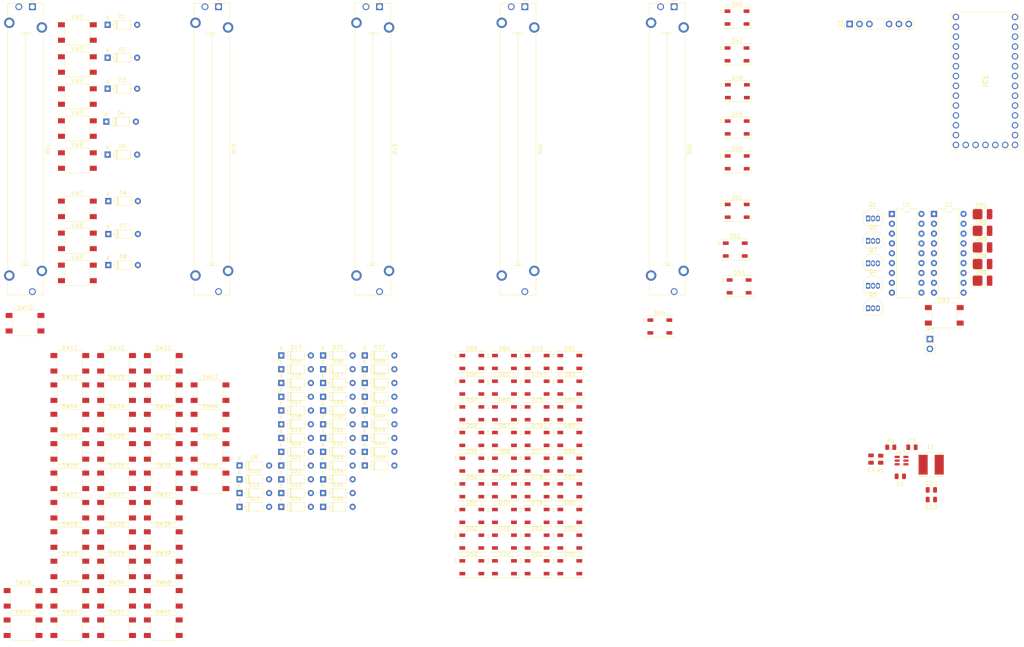
<source format=kicad_pcb>
(kicad_pcb
	(version 20240108)
	(generator "pcbnew")
	(generator_version "8.0")
	(general
		(thickness 1.6)
		(legacy_teardrops no)
	)
	(paper "A4")
	(layers
		(0 "F.Cu" signal)
		(31 "B.Cu" signal)
		(32 "B.Adhes" user "B.Adhesive")
		(33 "F.Adhes" user "F.Adhesive")
		(34 "B.Paste" user)
		(35 "F.Paste" user)
		(36 "B.SilkS" user "B.Silkscreen")
		(37 "F.SilkS" user "F.Silkscreen")
		(38 "B.Mask" user)
		(39 "F.Mask" user)
		(40 "Dwgs.User" user "User.Drawings")
		(41 "Cmts.User" user "User.Comments")
		(42 "Eco1.User" user "User.Eco1")
		(43 "Eco2.User" user "User.Eco2")
		(44 "Edge.Cuts" user)
		(45 "Margin" user)
		(46 "B.CrtYd" user "B.Courtyard")
		(47 "F.CrtYd" user "F.Courtyard")
		(48 "B.Fab" user)
		(49 "F.Fab" user)
		(50 "User.1" user)
		(51 "User.2" user)
		(52 "User.3" user)
		(53 "User.4" user)
		(54 "User.5" user)
		(55 "User.6" user)
		(56 "User.7" user)
		(57 "User.8" user)
		(58 "User.9" user)
	)
	(setup
		(pad_to_mask_clearance 0)
		(allow_soldermask_bridges_in_footprints no)
		(pcbplotparams
			(layerselection 0x00010fc_ffffffff)
			(plot_on_all_layers_selection 0x0000000_00000000)
			(disableapertmacros no)
			(usegerberextensions no)
			(usegerberattributes yes)
			(usegerberadvancedattributes yes)
			(creategerberjobfile yes)
			(dashed_line_dash_ratio 12.000000)
			(dashed_line_gap_ratio 3.000000)
			(svgprecision 4)
			(plotframeref no)
			(viasonmask no)
			(mode 1)
			(useauxorigin no)
			(hpglpennumber 1)
			(hpglpenspeed 20)
			(hpglpendiameter 15.000000)
			(pdf_front_fp_property_popups yes)
			(pdf_back_fp_property_popups yes)
			(dxfpolygonmode yes)
			(dxfimperialunits yes)
			(dxfusepcbnewfont yes)
			(psnegative no)
			(psa4output no)
			(plotreference yes)
			(plotvalue yes)
			(plotfptext yes)
			(plotinvisibletext no)
			(sketchpadsonfab no)
			(subtractmaskfromsilk no)
			(outputformat 1)
			(mirror no)
			(drillshape 1)
			(scaleselection 1)
			(outputdirectory "")
		)
	)
	(net 0 "")
	(net 1 "Ext Gnd")
	(net 2 "Net-(U3-Vout)")
	(net 3 "5v")
	(net 4 "Net-(U4-SW)")
	(net 5 "Net-(U4-BST)")
	(net 6 "Net-(U4-FB)")
	(net 7 "Net-(D1-K)")
	(net 8 "Column1")
	(net 9 "Net-(D2-K)")
	(net 10 "Net-(D3-K)")
	(net 11 "Net-(D4-K)")
	(net 12 "Net-(D5-K)")
	(net 13 "Net-(D6-K)")
	(net 14 "Net-(D7-K)")
	(net 15 "Net-(D8-K)")
	(net 16 "Net-(D9-K)")
	(net 17 "Column2")
	(net 18 "Net-(D10-K)")
	(net 19 "Net-(D11-K)")
	(net 20 "Net-(D12-K)")
	(net 21 "Net-(D13-K)")
	(net 22 "Net-(D14-K)")
	(net 23 "Net-(D15-K)")
	(net 24 "Net-(D16-K)")
	(net 25 "Net-(D17-K)")
	(net 26 "Column3")
	(net 27 "Net-(D18-K)")
	(net 28 "Net-(D19-K)")
	(net 29 "Net-(D20-K)")
	(net 30 "Net-(D21-K)")
	(net 31 "Net-(D22-K)")
	(net 32 "Net-(D23-K)")
	(net 33 "Net-(D24-K)")
	(net 34 "Column4")
	(net 35 "Net-(D25-K)")
	(net 36 "Net-(D26-K)")
	(net 37 "Net-(D27-K)")
	(net 38 "Net-(D28-K)")
	(net 39 "Net-(D29-K)")
	(net 40 "Net-(D30-K)")
	(net 41 "Net-(D31-K)")
	(net 42 "Net-(D32-K)")
	(net 43 "Net-(D33-K)")
	(net 44 "Column5")
	(net 45 "Net-(D34-K)")
	(net 46 "Net-(D35-K)")
	(net 47 "Net-(D36-K)")
	(net 48 "Net-(D37-K)")
	(net 49 "Net-(D38-K)")
	(net 50 "Net-(D39-K)")
	(net 51 "Net-(D40-K)")
	(net 52 "Column6")
	(net 53 "Net-(D41-K)")
	(net 54 "Net-(D42-K)")
	(net 55 "Net-(D43-K)")
	(net 56 "Net-(D44-K)")
	(net 57 "Net-(D45-K)")
	(net 58 "Net-(D46-DOUT)")
	(net 59 "NeoPixel")
	(net 60 "Net-(D47-DOUT)")
	(net 61 "Net-(D48-DOUT)")
	(net 62 "Net-(D49-DOUT)")
	(net 63 "Net-(D50-DOUT)")
	(net 64 "Net-(D51-DOUT)")
	(net 65 "Net-(D52-DOUT)")
	(net 66 "Net-(D53-DOUT)")
	(net 67 "Net-(D54-DOUT)")
	(net 68 "Net-(D55-DOUT)")
	(net 69 "Net-(D56-DOUT)")
	(net 70 "Net-(D57-DOUT)")
	(net 71 "Net-(D58-DOUT)")
	(net 72 "Net-(D59-DOUT)")
	(net 73 "Net-(D60-DOUT)")
	(net 74 "Net-(D61-DOUT)")
	(net 75 "Net-(D62-DOUT)")
	(net 76 "Net-(D63-DOUT)")
	(net 77 "Net-(D64-DOUT)")
	(net 78 "Net-(D65-DOUT)")
	(net 79 "Net-(D66-DOUT)")
	(net 80 "Net-(D67-DOUT)")
	(net 81 "Net-(D68-DOUT)")
	(net 82 "Net-(D69-DOUT)")
	(net 83 "Net-(D70-DOUT)")
	(net 84 "Net-(D71-DOUT)")
	(net 85 "Net-(D72-DOUT)")
	(net 86 "Net-(D73-DOUT)")
	(net 87 "Net-(D74-DOUT)")
	(net 88 "Net-(D75-DOUT)")
	(net 89 "Net-(D76-DOUT)")
	(net 90 "Net-(D77-DOUT)")
	(net 91 "Net-(D78-DOUT)")
	(net 92 "Net-(D79-DOUT)")
	(net 93 "Net-(D80-DOUT)")
	(net 94 "Net-(D81-DOUT)")
	(net 95 "Net-(D82-DOUT)")
	(net 96 "Net-(D83-DOUT)")
	(net 97 "Net-(D84-DOUT)")
	(net 98 "Net-(D85-DOUT)")
	(net 99 "Net-(D86-DOUT)")
	(net 100 "Net-(D87-DOUT)")
	(net 101 "Net-(D88-DOUT)")
	(net 102 "Net-(D89-DOUT)")
	(net 103 "unconnected-(D90-DOUT-Pad2)")
	(net 104 "3v3")
	(net 105 "Net-(D91-K)")
	(net 106 "Net-(D92-K)")
	(net 107 "Net-(D93-K)")
	(net 108 "Net-(D94-K)")
	(net 109 "Net-(D95-K)")
	(net 110 "SDA")
	(net 111 "unconnected-(IC1-RESET_1-Pad16)")
	(net 112 "unconnected-(IC1-A5-Pad10)")
	(net 113 "Ch2Zero")
	(net 114 "Pot2")
	(net 115 "unconnected-(IC1-2-Pad14)")
	(net 116 "unconnected-(IC1-RST-Pad1)")
	(net 117 "Recovery")
	(net 118 "unconnected-(IC1-VHI-Pad4)")
	(net 119 "Ch4Zero")
	(net 120 "Ch1Zero")
	(net 121 "Ch5Zero")
	(net 122 "Pot1")
	(net 123 "SPI_POCI")
	(net 124 "unconnected-(IC1-4-Pad19)")
	(net 125 "Pot3")
	(net 126 "unconnected-(IC1-RX-Pad20)")
	(net 127 "Ch3Zero")
	(net 128 "unconnected-(IC1-BAT-Pad33)")
	(net 129 "SPI_PICO")
	(net 130 "SCL")
	(net 131 "SPI_SCK")
	(net 132 "unconnected-(IC1-13-Pad30)")
	(net 133 "Pot4")
	(net 134 "unconnected-(IC1-AREF-Pad3)")
	(net 135 "unconnected-(IC1-TX-Pad21)")
	(net 136 "Pot5")
	(net 137 "unconnected-(IC1-RESET_2-Pad17)")
	(net 138 "unconnected-(IC1-EN-Pad15)")
	(net 139 "USB_5v")
	(net 140 "Row1")
	(net 141 "Net-(SW10-A)")
	(net 142 "unconnected-(SW2-Pad1)")
	(net 143 "Row2")
	(net 144 "unconnected-(SW3-Pad1)")
	(net 145 "Net-(SW11-A)")
	(net 146 "unconnected-(SW4-Pad1)")
	(net 147 "Row3")
	(net 148 "Net-(SW12-A)")
	(net 149 "Row4")
	(net 150 "unconnected-(SW5-Pad1)")
	(net 151 "Net-(SW13-A)")
	(net 152 "Row5")
	(net 153 "Net-(SW14-A)")
	(net 154 "unconnected-(SW6-Pad1)")
	(net 155 "unconnected-(SW7-Pad1)")
	(net 156 "Net-(SW15-A)")
	(net 157 "Row6")
	(net 158 "Row7")
	(net 159 "unconnected-(SW8-Pad1)")
	(net 160 "Net-(SW16-A)")
	(net 161 "unconnected-(SW9-Pad1)")
	(net 162 "Row8")
	(net 163 "Net-(SW17-A)")
	(net 164 "Net-(SW10-K)")
	(net 165 "unconnected-(SW10-Pad1)")
	(net 166 "Net-(SW11-K)")
	(net 167 "unconnected-(SW11-Pad1)")
	(net 168 "Net-(SW12-K)")
	(net 169 "unconnected-(SW12-Pad1)")
	(net 170 "Net-(SW13-K)")
	(net 171 "unconnected-(SW13-Pad1)")
	(net 172 "unconnected-(SW14-Pad1)")
	(net 173 "Net-(SW14-K)")
	(net 174 "Net-(SW15-K)")
	(net 175 "unconnected-(SW15-Pad1)")
	(net 176 "unconnected-(SW16-Pad1)")
	(net 177 "Net-(SW16-K)")
	(net 178 "unconnected-(SW17-Pad1)")
	(net 179 "Net-(SW17-K)")
	(net 180 "unconnected-(SW18-Pad1)")
	(net 181 "Net-(SW18-K)")
	(net 182 "Net-(SW19-K)")
	(net 183 "unconnected-(SW19-Pad1)")
	(net 184 "Net-(SW20-K)")
	(net 185 "unconnected-(SW20-Pad1)")
	(net 186 "unconnected-(SW21-Pad1)")
	(net 187 "Net-(SW21-K)")
	(net 188 "Net-(SW22-K)")
	(net 189 "unconnected-(SW22-Pad1)")
	(net 190 "Net-(SW23-K)")
	(net 191 "unconnected-(SW23-Pad1)")
	(net 192 "unconnected-(SW24-Pad1)")
	(net 193 "Net-(SW24-K)")
	(net 194 "unconnected-(SW25-Pad1)")
	(net 195 "Net-(SW25-K)")
	(net 196 "Net-(SW26-K)")
	(net 197 "unconnected-(SW26-Pad1)")
	(net 198 "unconnected-(SW27-Pad1)")
	(net 199 "Net-(SW27-K)")
	(net 200 "unconnected-(SW28-Pad1)")
	(net 201 "Net-(SW28-K)")
	(net 202 "Net-(SW29-K)")
	(net 203 "unconnected-(SW29-Pad1)")
	(net 204 "unconnected-(SW30-Pad1)")
	(net 205 "Net-(SW30-K)")
	(net 206 "Net-(SW31-K)")
	(net 207 "unconnected-(SW31-Pad1)")
	(net 208 "unconnected-(SW32-Pad1)")
	(net 209 "Net-(SW32-K)")
	(net 210 "unconnected-(SW33-Pad1)")
	(net 211 "Net-(SW33-K)")
	(net 212 "unconnected-(SW34-Pad1)")
	(net 213 "Net-(SW34-K)")
	(net 214 "Net-(SW35-K)")
	(net 215 "unconnected-(SW35-Pad1)")
	(net 216 "unconnected-(SW36-Pad1)")
	(net 217 "Net-(SW36-K)")
	(net 218 "unconnected-(SW37-Pad1)")
	(net 219 "Net-(SW37-K)")
	(net 220 "unconnected-(SW38-Pad1)")
	(net 221 "Net-(SW38-K)")
	(net 222 "unconnected-(SW39-Pad1)")
	(net 223 "unconnected-(SW39-K-Pad3)")
	(net 224 "unconnected-(SW40-K-Pad3)")
	(net 225 "unconnected-(SW40-Pad1)")
	(net 226 "unconnected-(SW41-K-Pad3)")
	(net 227 "unconnected-(SW41-Pad1)")
	(net 228 "unconnected-(SW42-K-Pad3)")
	(net 229 "unconnected-(SW42-Pad1)")
	(net 230 "unconnected-(SW43-K-Pad3)")
	(net 231 "unconnected-(SW43-Pad1)")
	(net 232 "unconnected-(SW44-K-Pad3)")
	(net 233 "unconnected-(SW44-Pad1)")
	(net 234 "unconnected-(SW45-K-Pad3)")
	(net 235 "unconnected-(SW45-Pad1)")
	(net 236 "unconnected-(SW46-K-Pad3)")
	(net 237 "unconnected-(SW46-Pad1)")
	(net 238 "unconnected-(U1-CS-Pad7)")
	(net 239 "unconnected-(U1-INT-Pad8)")
	(net 240 "unconnected-(U1-~{RESET}-Pad6)")
	(net 241 "unconnected-(U1-GP7-Pad17)")
	(net 242 "unconnected-(U1-GP6-Pad16)")
	(net 243 "unconnected-(U2-INT-Pad8)")
	(net 244 "unconnected-(U2-~{RESET}-Pad6)")
	(net 245 "unconnected-(U2-CS-Pad7)")
	(net 246 "unconnected-(U3-D+-Pad6)")
	(net 247 "unconnected-(U3-D--Pad5)")
	(footprint "Potentiometer_THT:Potentiometer_Bourns_PTA6043_Single_Slide" (layer "F.Cu") (at 27.3 17.85 -90))
	(footprint "Diode_THT:D_DO-35_SOD27_P7.62mm_Horizontal" (layer "F.Cu") (at 102.24 132.675))
	(footprint "LED_SMD:LED_WS2812B_PLCC4_5.0x5.0mm_P3.2mm" (layer "F.Cu") (at 209.5 90))
	(footprint "ControlMixer:SW_Push_1P1T_NO_6x6mm" (layer "F.Cu") (at 49 178.06))
	(footprint "Diode_THT:D_DO-35_SOD27_P7.62mm_Horizontal" (layer "F.Cu") (at 91.47 118.475))
	(footprint "ControlMixer:SW_Push_1P1T_NO_6x6mm" (layer "F.Cu") (at 61.05 147.74))
	(footprint "ControlMixer:SW_Push_1P1T_NO_6x6mm" (layer "F.Cu") (at 61.05 162.9))
	(footprint "ControlMixer:SW_Push_1P1T_NO_6x6mm" (layer "F.Cu") (at 38.9 32.76))
	(footprint "Potentiometer_THT:Potentiometer_Bourns_PTA6043_Single_Slide" (layer "F.Cu") (at 75.3 17.85 -90))
	(footprint "Diode_THT:D_DO-35_SOD27_P7.62mm_Horizontal" (layer "F.Cu") (at 46.38 47.5))
	(footprint "Diode_THT:D_DO-35_SOD27_P7.62mm_Horizontal" (layer "F.Cu") (at 91.47 111.375))
	(footprint "Diode_THT:D_DO-35_SOD27_P7.62mm_Horizontal" (layer "F.Cu") (at 80.7 143.325))
	(footprint "Diode_THT:D_DO-35_SOD27_P7.62mm_Horizontal" (layer "F.Cu") (at 91.47 136.225))
	(footprint "LED_SMD:LED_WS2812B_PLCC4_5.0x5.0mm_P3.2mm" (layer "F.Cu") (at 209 49))
	(footprint "ControlMixer:SW_Push_1P1T_NO_6x6mm" (layer "F.Cu") (at 49 125))
	(footprint "ControlMixer:SW_Push_1P1T_NO_6x6mm" (layer "F.Cu") (at 61.05 178.06))
	(footprint "LED_SMD:LED_WS2812B_PLCC4_5.0x5.0mm_P3.2mm" (layer "F.Cu") (at 208.5 80.5))
	(footprint "LED_SMD:LED_WS2812B_PLCC4_5.0x5.0mm_P3.2mm" (layer "F.Cu") (at 157.42 129.36))
	(footprint "ControlMixer:SW_Push_1P1T_NO_6x6mm" (layer "F.Cu") (at 38.9 86.52))
	(footprint "ControlMixer:SW_Push_1P1T_NO_6x6mm" (layer "F.Cu") (at 61.05 132.58))
	(footprint "LED_SMD:LED_WS2812B_PLCC4_5.0x5.0mm_P3.2mm" (layer "F.Cu") (at 149 122.74))
	(footprint "Diode_THT:D_DO-35_SOD27_P7.62mm_Horizontal" (layer "F.Cu") (at 102.24 146.875))
	(footprint "Diode_THT:D_DO-35_SOD27_P7.62mm_Horizontal" (layer "F.Cu") (at 102.24 143.325))
	(footprint "ControlMixer:SW_Push_1P1T_NO_6x6mm" (layer "F.Cu") (at 25.4 99.5))
	(footprint "Diode_THT:D_DO-35_SOD27_P7.62mm_Horizontal" (layer "F.Cu") (at 46.69 56))
	(footprint "ControlMixer:SW_Push_1P1T_NO_6x6mm" (layer "F.Cu") (at 49 170.48))
	(footprint "Resistor_SMD:R_0805_2012Metric" (layer "F.Cu") (at 248.5875 131.5))
	(footprint "LED_SMD:LED_WS2812B_PLCC4_5.0x5.0mm_P3.2mm" (layer "F.Cu") (at 208.95 30.15))
	(footprint "Diode_THT:D_DO-35_SOD27_P7.62mm_Horizontal" (layer "F.Cu") (at 80.7 136.225))
	(footprint "LED_SMD:LED_WS2812B_PLCC4_5.0x5.0mm_P3.2mm" (layer "F.Cu") (at 140.58 109.5))
	(footprint "ControlMixer:SW_Push_1P1T_NO_6x6mm"
		(layer "F.Cu")
		(uuid "1bbcdce8-4bfe-499e-90c5-c2107ed0883b")
		(at 38.9 49.28)
		(descr "tactile push button, 6x6mm e.g. PTS645xx series, height=9.5mm")
		(tags "tact sw push 6mm smd")
		(property "Reference" "SW5"
			(at 0 -4.05 0)
			(layer "F.SilkS")
			(uuid "2133df99-219d-41d0-9ee1-116cd5448a03")
			(effects
				(font
					(size 1 1)
					(thickness 0.15)
				)
			)
		)
		(property "Value" "Ch1_A4"
			(at 0 4.15 0)
			(layer "F.Fab")
			(uuid "e505d4c7-8037-4b10-b5e7-7a8dd39122b5")
			(effects
				(font
					(size 1 1)
					(thickness 0.15)
				)
			)
		)
		(property "Footprint" "ControlMixer:SW_Push_1P1T_NO_6x6mm"
			(at 0 0 0)
			(unlocked yes)
			(layer "F.Fab")
			(hide yes)
			(uuid "be6d6d7f-7dcc-4cdd-90c3-62d2538be8d3")
			(effects
				(font
					(size 1.27 1.27)
				)
			)
		)
		(property "Datasheet" "http://www.apem.com/int/index.php?controller=attachment&id_attachment=1371"
			(at 0 0 0)
			(unlocked yes)
			(layer "F.Fab")
			(hide yes)
... [820258 chars truncated]
</source>
